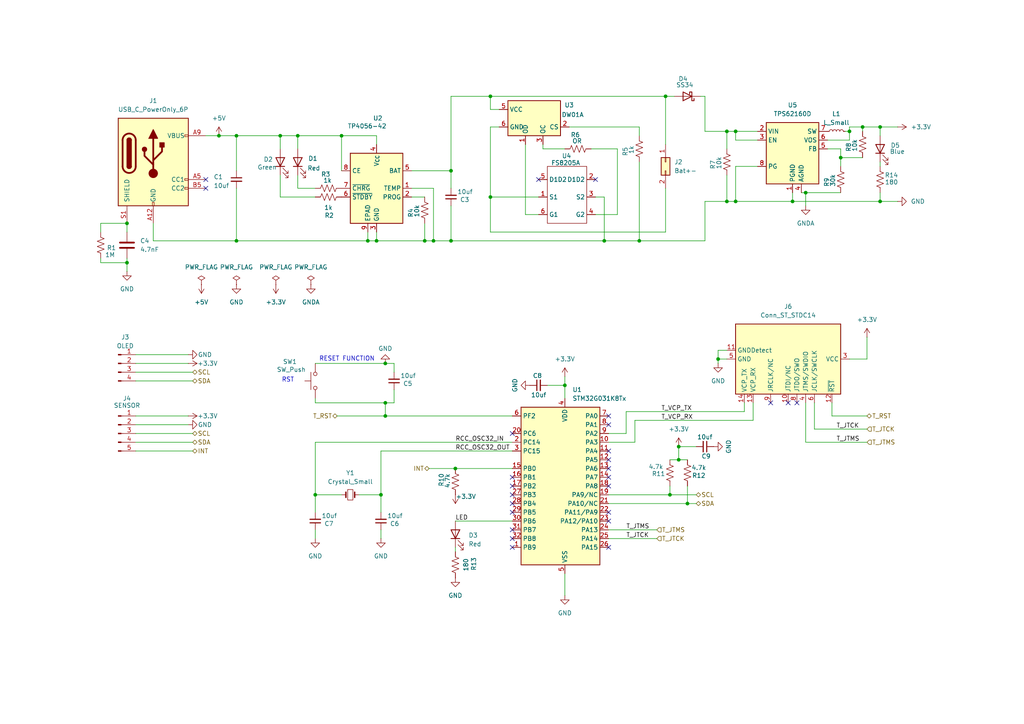
<source format=kicad_sch>
(kicad_sch (version 20250114) (generator "eeschema") (generator_version "9.0")
  (paper "A4")
  (lib_symbols
    (symbol "Battery_Management:DW01A"
      (property "Reference" "U" (at -6.604 6.35 0))
      (property "Value" "DW01A" (at 4.318 6.604 0))
      (symbol "DW01A_0_1"
        (pin power_in line (at -10.16 2.54 0) (length 2.54) (name "VCC") (number "5"))
        (pin power_in line (at -10.16 -2.54 0) (length 2.54) (name "GND") (number "6"))
        (pin output line (at -2.54 -7.62 90) (length 2.54) (name "OD") (number "1"))
        (pin output line (at 2.54 -7.62 90) (length 2.54) (name "OC") (number "3"))
        (pin input line (at 10.16 -2.54 180) (length 2.54) (name "CS") (number "2"))
      )
      (symbol "DW01A_1_1"
        (rectangle (start -7.62 5.08) (end 7.62 -5.08) (stroke (width 0.254)) (fill (type background)))
        (pin no_connect line (at 10.16 2.54 180) (length 2.54) (hide yes) (name "TD") (number "4"))
      )
    )
    (symbol "Battery_Management:TP4056-42-ESOP8"
      (property "Reference" "U" (at -6.604 11.684 0))
      (property "Value" "TP4056-42-ESOP8" (at 10.16 11.684 0))
      (symbol "TP4056-42-ESOP8_1_0"
        (pin input line (at -10.16 5.08 0) (length 2.54) (name "CE") (number "8"))
        (pin open_collector line (at -10.16 0 0) (length 2.54) (name "~{CHRG}") (number "7"))
        (pin open_collector line (at -10.16 -2.54 0) (length 2.54) (name "~{STDBY}") (number "6"))
        (pin passive line (at -2.54 -12.7 90) (length 2.54) (name "EPAD") (number "9"))
        (pin power_in line (at 0 12.7 270) (length 2.54) (name "V_{CC}") (number "4"))
        (pin power_in line (at 0 -12.7 90) (length 2.54) (name "GND") (number "3"))
        (pin power_out line (at 10.16 5.08 180) (length 2.54) (name "BAT") (number "5"))
        (pin input line (at 10.16 0 180) (length 2.54) (name "TEMP") (number "1"))
        (pin passive line (at 10.16 -2.54 180) (length 2.54) (name "PROG") (number "2"))
      )
      (symbol "TP4056-42-ESOP8_1_1"
        (rectangle (start -7.62 10.16) (end 7.62 -10.16) (stroke (width 0.254)) (fill (type background)))
      )
    )
    (symbol "Connector:Conn_01x04_Pin" (pin_names (offset 1.016) (hide yes))
      (property "Reference" "J" (at 0 5.08 0))
      (property "Value" "Conn_01x04_Pin" (at 0 -7.62 0))
      (symbol "Conn_01x04_Pin_1_1"
        (rectangle (start 0.8636 2.667) (end 0 2.413) (stroke (width 0.1524)) (fill (type outline)))
        (rectangle (start 0.8636 0.127) (end 0 -0.127) (stroke (width 0.1524)) (fill (type outline)))
        (rectangle (start 0.8636 -2.413) (end 0 -2.667) (stroke (width 0.1524)) (fill (type outline)))
        (rectangle (start 0.8636 -4.953) (end 0 -5.207) (stroke (width 0.1524)) (fill (type outline)))
        (polyline (pts (xy 1.27 2.54) (xy 0.8636 2.54)) (stroke (width 0.1524)))
        (polyline (pts (xy 1.27 0) (xy 0.8636 0)) (stroke (width 0.1524)))
        (polyline (pts (xy 1.27 -2.54) (xy 0.8636 -2.54)) (stroke (width 0.1524)))
        (polyline (pts (xy 1.27 -5.08) (xy 0.8636 -5.08)) (stroke (width 0.1524)))
        (pin passive line (at 5.08 2.54 180) (length 3.81) (name "Pin_1") (number "1"))
        (pin passive line (at 5.08 0 180) (length 3.81) (name "Pin_2") (number "2"))
        (pin passive line (at 5.08 -2.54 180) (length 3.81) (name "Pin_3") (number "3"))
        (pin passive line (at 5.08 -5.08 180) (length 3.81) (name "Pin_4") (number "4"))
      )
    )
    (symbol "Connector:Conn_01x05_Pin" (pin_names (offset 1.016) (hide yes))
      (property "Reference" "J" (at 0 7.62 0))
      (property "Value" "Conn_01x05_Pin" (at 0 -7.62 0))
      (symbol "Conn_01x05_Pin_1_1"
        (rectangle (start 0.8636 5.207) (end 0 4.953) (stroke (width 0.1524)) (fill (type outline)))
        (rectangle (start 0.8636 2.667) (end 0 2.413) (stroke (width 0.1524)) (fill (type outline)))
        (rectangle (start 0.8636 0.127) (end 0 -0.127) (stroke (width 0.1524)) (fill (type outline)))
        (rectangle (start 0.8636 -2.413) (end 0 -2.667) (stroke (width 0.1524)) (fill (type outline)))
        (rectangle (start 0.8636 -4.953) (end 0 -5.207) (stroke (width 0.1524)) (fill (type outline)))
        (polyline (pts (xy 1.27 5.08) (xy 0.8636 5.08)) (stroke (width 0.1524)))
        (polyline (pts (xy 1.27 2.54) (xy 0.8636 2.54)) (stroke (width 0.1524)))
        (polyline (pts (xy 1.27 0) (xy 0.8636 0)) (stroke (width 0.1524)))
        (polyline (pts (xy 1.27 -2.54) (xy 0.8636 -2.54)) (stroke (width 0.1524)))
        (polyline (pts (xy 1.27 -5.08) (xy 0.8636 -5.08)) (stroke (width 0.1524)))
        (pin passive line (at 5.08 5.08 180) (length 3.81) (name "Pin_1") (number "1"))
        (pin passive line (at 5.08 2.54 180) (length 3.81) (name "Pin_2") (number "2"))
        (pin passive line (at 5.08 0 180) (length 3.81) (name "Pin_3") (number "3"))
        (pin passive line (at 5.08 -2.54 180) (length 3.81) (name "Pin_4") (number "4"))
        (pin passive line (at 5.08 -5.08 180) (length 3.81) (name "Pin_5") (number "5"))
      )
    )
    (symbol "Connector:USB_C_Receptacle_PowerOnly_6P" (pin_names (offset 1.016))
      (property "Reference" "J" (at 0 16.51 0))
      (property "Value" "USB_C_Receptacle_PowerOnly_6P" (at 0 13.97 0))
      (symbol "USB_C_Receptacle_PowerOnly_6P_0_0"
        (rectangle (start -0.254 -12.7) (end 0.254 -11.684))
        (rectangle (start 10.16 7.874) (end 9.144 7.366))
        (rectangle (start 10.16 -4.826) (end 9.144 -5.334))
        (rectangle (start 10.16 -7.366) (end 9.144 -7.874))
      )
      (symbol "USB_C_Receptacle_PowerOnly_6P_0_1"
        (rectangle (start -10.16 12.7) (end 10.16 -12.7) (stroke (width 0.254)) (fill (type background)))
        (polyline (pts (xy -8.89 -1.27) (xy -8.89 6.35)) (stroke (width 0.508)))
        (rectangle (start -7.62 -1.27) (end -6.35 6.35) (stroke (width 0.254)) (fill (type outline)))
        (arc (start -7.62 6.35) (mid -6.985 6.9823) (end -6.35 6.35) (stroke (width 0.254)))
        (arc (start -7.62 6.35) (mid -6.985 6.9823) (end -6.35 6.35) (stroke (width 0.254)) (fill (type outline)))
        (arc (start -8.89 6.35) (mid -6.985 8.2467) (end -5.08 6.35) (stroke (width 0.508)))
        (arc (start -5.08 -1.27) (mid -6.985 -3.1667) (end -8.89 -1.27) (stroke (width 0.508)))
        (arc (start -6.35 -1.27) (mid -6.985 -1.9023) (end -7.62 -1.27) (stroke (width 0.254)))
        (arc (start -6.35 -1.27) (mid -6.985 -1.9023) (end -7.62 -1.27) (stroke (width 0.254)) (fill (type outline)))
        (polyline (pts (xy -5.08 6.35) (xy -5.08 -1.27)) (stroke (width 0.508)))
        (circle (center -2.54 3.683) (radius 0.635) (stroke (width 0.254)) (fill (type outline)))
        (polyline (pts (xy -1.27 6.858) (xy 0 9.398) (xy 1.27 6.858) (xy -1.27 6.858)) (stroke (width 0.254)) (fill (type outline)))
        (polyline (pts (xy 0 0.508) (xy 2.54 3.048) (xy 2.54 4.318)) (stroke (width 0.508)))
        (polyline (pts (xy 0 -0.762) (xy -2.54 1.778) (xy -2.54 3.048)) (stroke (width 0.508)))
        (polyline (pts (xy 0 -3.302) (xy 0 6.858)) (stroke (width 0.508)))
        (circle (center 0 -3.302) (radius 1.27) (fill (type outline)))
        (rectangle (start 1.905 4.318) (end 3.175 5.588) (stroke (width 0.254)) (fill (type outline)))
      )
      (symbol "USB_C_Receptacle_PowerOnly_6P_1_1"
        (pin passive line (at -7.62 -17.78 90) (length 5.08) (name "SHIELD") (number "S1"))
        (pin passive line (at 0 -17.78 90) (length 5.08) (name "GND") (number "A12"))
        (pin passive line (at 0 -17.78 90) (length 5.08) (hide yes) (name "GND") (number "B12"))
        (pin passive line (at 15.24 7.62 180) (length 5.08) (name "VBUS") (number "A9"))
        (pin passive line (at 15.24 7.62 180) (length 5.08) (hide yes) (name "VBUS") (number "B9"))
        (pin bidirectional line (at 15.24 -5.08 180) (length 5.08) (name "CC1") (number "A5"))
        (pin bidirectional line (at 15.24 -7.62 180) (length 5.08) (name "CC2") (number "B5"))
      )
    )
    (symbol "Connector_Generic:Conn_02x01" (pin_names (offset 1.016) (hide yes))
      (property "Reference" "J" (at 1.27 2.54 0))
      (property "Value" "Conn_02x01" (at 1.27 -2.54 0))
      (symbol "Conn_02x01_1_1"
        (rectangle (start -1.27 1.27) (end 3.81 -1.27) (stroke (width 0.254)) (fill (type background)))
        (rectangle (start -1.27 0.127) (end 0 -0.127) (stroke (width 0.1524)))
        (rectangle (start 3.81 0.127) (end 2.54 -0.127) (stroke (width 0.1524)))
        (pin passive line (at -5.08 0 0) (length 3.81) (name "Pin_1") (number "1"))
        (pin passive line (at 7.62 0 180) (length 3.81) (name "Pin_2") (number "2"))
      )
    )
    (symbol "Device:C" (pin_numbers (hide yes)) (pin_names (offset 0.254))
      (property "Reference" "C" (at 0.635 2.54 0))
      (property "Value" "C" (at 0.635 -2.54 0))
      (symbol "C_0_1"
        (polyline (pts (xy -2.032 0.762) (xy 2.032 0.762)) (stroke (width 0.508)))
        (polyline (pts (xy -2.032 -0.762) (xy 2.032 -0.762)) (stroke (width 0.508)))
      )
      (symbol "C_1_1"
        (pin passive line (at 0 3.81 270) (length 2.794) (name "~") (number "1"))
        (pin passive line (at 0 -3.81 90) (length 2.794) (name "~") (number "2"))
      )
    )
    (symbol "Device:C_Small" (pin_numbers (hide yes)) (pin_names (offset 0.254) (hide yes))
      (property "Reference" "C" (at 0.254 1.778 0))
      (property "Value" "C_Small" (at 0.254 -2.032 0))
      (symbol "C_Small_0_1"
        (polyline (pts (xy -1.524 0.508) (xy 1.524 0.508)) (stroke (width 0.3048)))
        (polyline (pts (xy -1.524 -0.508) (xy 1.524 -0.508)) (stroke (width 0.3302)))
      )
      (symbol "C_Small_1_1"
        (pin passive line (at 0 2.54 270) (length 2.032) (name "~") (number "1"))
        (pin passive line (at 0 -2.54 90) (length 2.032) (name "~") (number "2"))
      )
    )
    (symbol "Device:Crystal_Small" (pin_numbers (hide yes)) (pin_names (offset 1.016) (hide yes))
      (property "Reference" "Y" (at 0 2.54 0))
      (property "Value" "Crystal_Small" (at 0 -2.54 0))
      (symbol "Crystal_Small_0_1"
        (polyline (pts (xy -1.27 -0.762) (xy -1.27 0.762)) (stroke (width 0.381)))
        (rectangle (start -0.762 -1.524) (end 0.762 1.524))
        (polyline (pts (xy 1.27 -0.762) (xy 1.27 0.762)) (stroke (width 0.381)))
      )
      (symbol "Crystal_Small_1_1"
        (pin passive line (at -2.54 0 0) (length 1.27) (name "1") (number "1"))
        (pin passive line (at 2.54 0 180) (length 1.27) (name "2") (number "2"))
      )
    )
    (symbol "Device:LED" (pin_numbers (hide yes)) (pin_names (offset 1.016) (hide yes))
      (property "Reference" "D" (at 0 2.54 0))
      (property "Value" "LED" (at 0 -2.54 0))
      (symbol "LED_0_1"
        (polyline (pts (xy -3.048 -0.762) (xy -4.572 -2.286) (xy -3.81 -2.286) (xy -4.572 -2.286) (xy -4.572 -1.524)))
        (polyline (pts (xy -1.778 -0.762) (xy -3.302 -2.286) (xy -2.54 -2.286) (xy -3.302 -2.286) (xy -3.302 -1.524)))
        (polyline (pts (xy -1.27 0) (xy 1.27 0)))
        (polyline (pts (xy -1.27 -1.27) (xy -1.27 1.27)) (stroke (width 0.254)))
        (polyline (pts (xy 1.27 -1.27) (xy 1.27 1.27) (xy -1.27 0) (xy 1.27 -1.27)) (stroke (width 0.254)))
      )
      (symbol "LED_1_1"
        (pin passive line (at -3.81 0 0) (length 2.54) (name "K") (number "1"))
        (pin passive line (at 3.81 0 180) (length 2.54) (name "A") (number "2"))
      )
    )
    (symbol "Device:L_Small" (pin_numbers (hide yes)) (pin_names (offset 0.254) (hide yes))
      (property "Reference" "L" (at 0.762 1.016 0))
      (property "Value" "L_Small" (at 0.762 -1.016 0))
      (symbol "L_Small_0_1"
        (arc (start 0 2.032) (mid 0.5058 1.524) (end 0 1.016))
        (arc (start 0 1.016) (mid 0.5058 0.508) (end 0 0))
        (arc (start 0 0) (mid 0.5058 -0.508) (end 0 -1.016))
        (arc (start 0 -1.016) (mid 0.5058 -1.524) (end 0 -2.032))
      )
      (symbol "L_Small_1_1"
        (pin passive line (at 0 2.54 270) (length 0.508) (name "~") (number "1"))
        (pin passive line (at 0 -2.54 90) (length 0.508) (name "~") (number "2"))
      )
    )
    (symbol "Device:R_US" (pin_numbers (hide yes)) (pin_names (offset 0))
      (property "Reference" "R" (at 2.54 0 90))
      (property "Value" "R_US" (at -2.54 0 90))
      (symbol "R_US_0_1"
        (polyline (pts (xy 0 2.286) (xy 0 2.54)))
        (polyline (pts (xy 0 2.286) (xy 1.016 1.905) (xy 0 1.524) (xy -1.016 1.143) (xy 0 0.762)))
        (polyline (pts (xy 0 0.762) (xy 1.016 0.381) (xy 0 0) (xy -1.016 -0.381) (xy 0 -0.762)))
        (polyline (pts (xy 0 -0.762) (xy 1.016 -1.143) (xy 0 -1.524) (xy -1.016 -1.905) (xy 0 -2.286)))
        (polyline (pts (xy 0 -2.286) (xy 0 -2.54)))
      )
      (symbol "R_US_1_1"
        (pin passive line (at 0 3.81 270) (length 1.27) (name "~") (number "1"))
        (pin passive line (at 0 -3.81 90) (length 1.27) (name "~") (number "2"))
      )
    )
    (symbol "Diode:SS34" (pin_numbers (hide yes)) (pin_names (offset 1.016) (hide yes))
      (property "Reference" "D" (at 0 2.54 0))
      (property "Value" "SS34" (at 0 -2.54 0))
      (symbol "SS34_0_1"
        (polyline (pts (xy -1.905 0.635) (xy -1.905 1.27) (xy -1.27 1.27) (xy -1.27 -1.27) (xy -0.635 -1.27) (xy -0.635 -0.635)) (stroke (width 0.254)))
        (polyline (pts (xy 1.27 1.27) (xy 1.27 -1.27) (xy -1.27 0) (xy 1.27 1.27)) (stroke (width 0.254)))
        (polyline (pts (xy 1.27 0) (xy -1.27 0)))
      )
      (symbol "SS34_1_1"
        (pin passive line (at -3.81 0 0) (length 2.54) (name "K") (number "1"))
        (pin passive line (at 3.81 0 180) (length 2.54) (name "A") (number "2"))
      )
    )
    (symbol "MasterLocal:Conn_ST_STDC14"
      (property "Reference" "J2" (at -8.89 16.51 0))
      (property "Value" "Conn_ST_STDC14" (at 17.78 16.51 0))
      (property "ManPartN" "3220-14-0100-00" (at 0 0 0))
      (property "Manufacturer" "CNC Tech" (at 0 0 0))
      (symbol "Conn_ST_STDC14_0_1"
        (rectangle (start -10.16 15.24) (end 10.16 -15.24) (stroke (width 0.254)) (fill (type background)))
      )
      (symbol "Conn_ST_STDC14_1_1"
        (pin no_connect line (at -10.16 5.08 0) (length 2.54) (hide yes) (name "NC") (number "1"))
        (pin no_connect line (at -10.16 2.54 0) (length 2.54) (hide yes) (name "NC") (number "2"))
        (pin passive line (at -2.54 -17.78 90) (length 2.54) (name "GNDDetect") (number "11"))
        (pin power_in line (at 0 17.78 270) (length 2.54) (name "VCC") (number "3"))
        (pin power_in line (at 0 -17.78 90) (length 2.54) (name "GND") (number "5"))
        (pin passive line (at 0 -17.78 90) (length 2.54) (hide yes) (name "GND") (number "7"))
        (pin open_collector line (at 12.7 12.7 180) (length 2.54) (name "~{RST}") (number "12"))
        (pin output line (at 12.7 7.62 180) (length 2.54) (name "JCLK/SWCLK") (number "6"))
        (pin bidirectional line (at 12.7 5.08 180) (length 2.54) (name "JTMS/SWDIO") (number "4"))
        (pin input line (at 12.7 2.54 180) (length 2.54) (name "JTDO/SWO") (number "8"))
        (pin output line (at 12.7 0 180) (length 2.54) (name "JTDI/NC") (number "10"))
        (pin input line (at 12.7 -5.08 180) (length 2.54) (name "JRCLK/NC") (number "9"))
        (pin output line (at 12.7 -10.16 180) (length 2.54) (name "VCP_RX") (number "13"))
        (pin input line (at 12.7 -12.7 180) (length 2.54) (name "VCP_TX") (number "14"))
      )
    )
    (symbol "MasterLocal:STM32G031K8Tx"
      (property "Reference" "U" (at -10.16 24.13 0))
      (property "Value" "STM32G031K8Tx" (at 5.08 24.13 0))
      (symbol "STM32G031K8Tx_0_1"
        (rectangle (start -10.16 -22.86) (end 12.7 22.86) (stroke (width 0.254)) (fill (type background)))
      )
      (symbol "STM32G031K8Tx_1_1"
        (pin bidirectional line (at -12.7 20.32 0) (length 2.54) (name "PF2") (number "6"))
        (pin bidirectional line (at -12.7 15.24 0) (length 2.54) (name "PC6") (number "20"))
        (pin bidirectional line (at -12.7 12.7 0) (length 2.54) (name "PC14") (number "2"))
        (pin bidirectional line (at -12.7 10.16 0) (length 2.54) (name "PC15") (number "3"))
        (pin bidirectional line (at -12.7 5.08 0) (length 2.54) (name "PB0") (number "15"))
        (pin bidirectional line (at -12.7 2.54 0) (length 2.54) (name "PB1") (number "16"))
        (pin bidirectional line (at -12.7 0 0) (length 2.54) (name "PB2") (number "17"))
        (pin bidirectional line (at -12.7 -2.54 0) (length 2.54) (name "PB3") (number "27"))
        (pin bidirectional line (at -12.7 -5.08 0) (length 2.54) (name "PB4") (number "28"))
        (pin bidirectional line (at -12.7 -7.62 0) (length 2.54) (name "PB5") (number "29"))
        (pin bidirectional line (at -12.7 -10.16 0) (length 2.54) (name "PB6") (number "30"))
        (pin bidirectional line (at -12.7 -12.7 0) (length 2.54) (name "PB7") (number "31"))
        (pin bidirectional line (at -12.7 -15.24 0) (length 2.54) (name "PB8") (number "32"))
        (pin bidirectional line (at -12.7 -17.78 0) (length 2.54) (name "PB9") (number "1"))
        (pin power_in line (at 2.54 25.4 270) (length 2.54) (name "VDD") (number "4"))
        (pin power_in line (at 2.54 -25.4 90) (length 2.54) (name "VSS") (number "5"))
        (pin bidirectional line (at 15.24 20.32 180) (length 2.54) (name "PA0") (number "7"))
        (pin bidirectional line (at 15.24 17.78 180) (length 2.54) (name "PA1") (number "8"))
        (pin bidirectional line (at 15.24 15.24 180) (length 2.54) (name "PA2") (number "9"))
        (pin bidirectional line (at 15.24 12.7 180) (length 2.54) (name "PA3") (number "10"))
        (pin bidirectional line (at 15.24 10.16 180) (length 2.54) (name "PA4") (number "11"))
        (pin bidirectional line (at 15.24 7.62 180) (length 2.54) (name "PA5") (number "12"))
        (pin bidirectional line (at 15.24 5.08 180) (length 2.54) (name "PA6") (number "13"))
        (pin bidirectional line (at 15.24 2.54 180) (length 2.54) (name "PA7") (number "14"))
        (pin bidirectional line (at 15.24 0 180) (length 2.54) (name "PA8") (number "18"))
        (pin bidirectional line (at 15.24 -2.54 180) (length 2.54) (name "PA9/NC") (number "19"))
        (pin bidirectional line (at 15.24 -5.08 180) (length 2.54) (name "PA10/NC") (number "21"))
        (pin bidirectional line (at 15.24 -7.62 180) (length 2.54) (name "PA11/PA9") (number "22"))
        (pin bidirectional line (at 15.24 -10.16 180) (length 2.54) (name "PA12/PA10") (number "23"))
        (pin bidirectional line (at 15.24 -12.7 180) (length 2.54) (name "PA13") (number "24"))
        (pin bidirectional line (at 15.24 -15.24 180) (length 2.54) (name "PA14") (number "25"))
        (pin bidirectional line (at 15.24 -17.78 180) (length 2.54) (name "PA15") (number "26"))
      )
    )
    (symbol "Regulator_Switching:TPS62160DGK"
      (property "Reference" "U" (at -7.62 11.43 0))
      (property "Value" "TPS62160DGK" (at -1.27 11.43 0))
      (symbol "TPS62160DGK_0_1"
        (rectangle (start -7.62 10.16) (end 7.62 -7.62) (stroke (width 0.254)) (fill (type background)))
      )
      (symbol "TPS62160DGK_1_1"
        (pin power_in line (at -10.16 7.62 0) (length 2.54) (name "VIN") (number "2"))
        (pin input line (at -10.16 5.08 0) (length 2.54) (name "EN") (number "3"))
        (pin open_collector line (at -10.16 -2.54 0) (length 2.54) (name "PG") (number "8"))
        (pin power_in line (at 0 -10.16 90) (length 2.54) (name "PGND") (number "1"))
        (pin power_in line (at 2.54 -10.16 90) (length 2.54) (name "AGND") (number "4"))
        (pin output line (at 10.16 7.62 180) (length 2.54) (name "SW") (number "7"))
        (pin input line (at 10.16 5.08 180) (length 2.54) (name "VOS") (number "6"))
        (pin input line (at 10.16 2.54 180) (length 2.54) (name "FB") (number "5"))
      )
    )
    (symbol "Switch:SW_Push" (pin_numbers (hide yes)) (pin_names (offset 1.016) (hide yes))
      (property "Reference" "SW" (at 1.27 2.54 0))
      (property "Value" "SW_Push" (at 0 -1.524 0))
      (symbol "SW_Push_0_1"
        (circle (center -2.032 0) (radius 0.508))
        (polyline (pts (xy 0 1.27) (xy 0 3.048)))
        (circle (center 2.032 0) (radius 0.508))
        (polyline (pts (xy 2.54 1.27) (xy -2.54 1.27)))
        (pin passive line (at -5.08 0 0) (length 2.54) (name "1") (number "1"))
        (pin passive line (at 5.08 0 180) (length 2.54) (name "2") (number "2"))
      )
    )
    (symbol "fs8205:FS8205A"
      (property "Reference" "U" (at 1.27 5.08 0))
      (property "Value" "FS8205A" (at -1.27 8.89 90))
      (symbol "FS8205A_0_1"
        (rectangle (start 0 11.43) (end 16.51 0))
      )
      (symbol "FS8205A_1_1"
        (pin input line (at 2.54 13.97 270) (length 2.54) (name "G1") (number "6"))
        (pin input line (at 2.54 -2.54 90) (length 2.54) (name "G2") (number "4"))
        (pin input line (at 7.62 13.97 270) (length 2.54) (name "S1") (number "1"))
        (pin input line (at 7.62 -2.54 90) (length 2.54) (name "S2") (number "3"))
        (pin input line (at 12.7 13.97 270) (length 2.54) (name "D1D2") (number "5"))
        (pin input line (at 12.7 -2.54 90) (length 2.54) (name "D1D2") (number "2"))
      )
    )
    (symbol "power:+3.3V" (power) (pin_numbers (hide yes)) (pin_names (offset 0) (hide yes))
      (property "Value" "+3.3V" (at 0 3.556 0))
      (symbol "+3.3V_0_1"
        (polyline (pts (xy -0.762 1.27) (xy 0 2.54)))
        (polyline (pts (xy 0 2.54) (xy 0.762 1.27)))
        (polyline (pts (xy 0 0) (xy 0 2.54)))
      )
      (symbol "+3.3V_1_1"
        (pin power_in line (at 0 0 90) (length 0) (name "~") (number "1"))
      )
    )
    (symbol "power:+5V" (power) (pin_numbers (hide yes)) (pin_names (offset 0) (hide yes))
      (property "Value" "+5V" (at 0 3.556 0))
      (symbol "+5V_0_1"
        (polyline (pts (xy -0.762 1.27) (xy 0 2.54)))
        (polyline (pts (xy 0 2.54) (xy 0.762 1.27)))
        (polyline (pts (xy 0 0) (xy 0 2.54)))
      )
      (symbol "+5V_1_1"
        (pin power_in line (at 0 0 90) (length 0) (name "~") (number "1"))
      )
    )
    (symbol "power:GND" (power) (pin_numbers (hide yes)) (pin_names (offset 0) (hide yes))
      (property "Value" "GND" (at 0 -3.81 0))
      (symbol "GND_0_1"
        (polyline (pts (xy 0 0) (xy 0 -1.27) (xy 1.27 -1.27) (xy 0 -2.54) (xy -1.27 -1.27) (xy 0 -1.27)))
      )
      (symbol "GND_1_1"
        (pin power_in line (at 0 0 270) (length 0) (name "~") (number "1"))
      )
    )
    (symbol "power:GNDA" (power) (pin_numbers (hide yes)) (pin_names (offset 0) (hide yes))
      (property "Value" "GNDA" (at 0 -3.81 0))
      (symbol "GNDA_0_1"
        (polyline (pts (xy 0 0) (xy 0 -1.27) (xy 1.27 -1.27) (xy 0 -2.54) (xy -1.27 -1.27) (xy 0 -1.27)))
      )
      (symbol "GNDA_1_1"
        (pin power_in line (at 0 0 270) (length 0) (name "~") (number "1"))
      )
    )
    (symbol "power:PWR_FLAG" (power) (pin_numbers (hide yes)) (pin_names (offset 0) (hide yes))
      (property "Value" "PWR_FLAG" (at 0 3.81 0))
      (symbol "PWR_FLAG_0_0"
        (pin power_out line (at 0 0 90) (length 0) (name "~") (number "1"))
      )
      (symbol "PWR_FLAG_0_1"
        (polyline (pts (xy 0 0) (xy 0 1.27) (xy -1.016 1.905) (xy 0 2.54) (xy 1.016 1.905) (xy 0 1.27)))
      )
    )
  )
  (text "RESET FUNCTION" (at 108.712 104.902 0) (effects (font (size 1.27 1.27)) (justify right bottom)))
  (text "RST" (at 85.344 110.998 0) (effects (font (size 1.27 1.27)) (justify right bottom)))
  (junction (at 163.83 111.76))
  (junction (at 110.49 143.51))
  (junction (at 68.58 39.37))
  (junction (at 63.5 39.37))
  (junction (at 109.22 69.85))
  (junction (at 196.85 129.54))
  (junction (at 86.36 39.37))
  (junction (at 36.83 76.2))
  (junction (at 194.31 143.51))
  (junction (at 111.76 105.41))
  (junction (at 250.19 36.83))
  (junction (at 99.06 39.37))
  (junction (at 243.84 45.72))
  (junction (at 210.82 58.42))
  (junction (at 213.36 58.42))
  (junction (at 68.58 69.85))
  (junction (at 36.83 64.77))
  (junction (at 255.27 58.42))
  (junction (at 142.24 57.15))
  (junction (at 130.81 69.85))
  (junction (at 142.24 27.94))
  (junction (at 91.44 143.51))
  (junction (at 185.42 69.85))
  (junction (at 208.28 104.14))
  (junction (at 196.85 133.35))
  (junction (at 210.82 38.1))
  (junction (at 229.87 58.42))
  (junction (at 130.81 49.53))
  (junction (at 111.76 116.84))
  (junction (at 111.76 120.65))
  (junction (at 233.68 55.88))
  (junction (at 255.27 36.83))
  (junction (at 132.08 135.89))
  (junction (at 125.73 69.85))
  (junction (at 199.39 146.05))
  (junction (at 81.28 39.37))
  (junction (at 213.36 38.1))
  (junction (at 175.26 69.85))
  (junction (at 123.19 69.85))
  (junction (at 246.38 38.1))
  (junction (at 106.68 69.85))
  (junction (at 193.04 27.94))
  (no_connect (at 176.53 140.97))
  (no_connect (at 231.14 116.84))
  (no_connect (at 148.59 138.43))
  (no_connect (at 148.59 143.51))
  (no_connect (at 59.69 54.61))
  (no_connect (at 176.53 148.59))
  (no_connect (at 148.59 140.97))
  (no_connect (at 176.53 130.81))
  (no_connect (at 148.59 156.21))
  (no_connect (at 148.59 148.59))
  (no_connect (at 172.72 52.07))
  (no_connect (at 156.21 52.07))
  (no_connect (at 59.69 52.07))
  (no_connect (at 176.53 138.43))
  (no_connect (at 176.53 120.65))
  (no_connect (at 223.52 116.84))
  (no_connect (at 176.53 151.13))
  (no_connect (at 148.59 146.05))
  (no_connect (at 228.6 116.84))
  (no_connect (at 176.53 158.75))
  (no_connect (at 148.59 158.75))
  (no_connect (at 148.59 125.73))
  (no_connect (at 176.53 123.19))
  (no_connect (at 148.59 153.67))
  (no_connect (at 176.53 133.35))
  (no_connect (at 176.53 135.89))
  (wire (pts (xy 39.37 105.41) (xy 54.61 105.41)))
  (wire (pts (xy 152.4 41.91) (xy 152.4 62.23)))
  (wire (pts (xy 86.36 54.61) (xy 91.44 54.61)))
  (wire (pts (xy 130.81 27.94) (xy 142.24 27.94)))
  (wire (pts (xy 210.82 38.1) (xy 213.36 38.1)))
  (wire (pts (xy 86.36 50.8) (xy 86.36 54.61)))
  (wire (pts (xy 68.58 39.37) (xy 68.58 49.53)))
  (wire (pts (xy 196.85 133.35) (xy 199.39 133.35)))
  (wire (pts (xy 144.78 36.83) (xy 142.24 36.83)))
  (wire (pts (xy 36.83 67.31) (xy 36.83 64.77)))
  (wire (pts (xy 132.08 135.89) (xy 148.59 135.89)))
  (wire (pts (xy 246.38 36.83) (xy 246.38 38.1)))
  (wire (pts (xy 255.27 36.83) (xy 260.35 36.83)))
  (wire (pts (xy 59.69 39.37) (xy 63.5 39.37)))
  (wire (pts (xy 255.27 36.83) (xy 255.27 39.37)))
  (wire (pts (xy 255.27 46.99) (xy 255.27 48.26)))
  (wire (pts (xy 111.76 116.84) (xy 111.76 120.65)))
  (wire (pts (xy 210.82 43.18) (xy 210.82 38.1)))
  (wire (pts (xy 199.39 146.05) (xy 201.93 146.05)))
  (wire (pts (xy 91.44 153.67) (xy 91.44 156.21)))
  (wire (pts (xy 104.14 143.51) (xy 110.49 143.51)))
  (wire (pts (xy 241.3 120.65) (xy 241.3 116.84)))
  (wire (pts (xy 213.36 40.64) (xy 213.36 38.1)))
  (wire (pts (xy 210.82 50.8) (xy 210.82 58.42)))
  (wire (pts (xy 181.61 125.73) (xy 181.61 119.38)))
  (wire (pts (xy 204.47 58.42) (xy 210.82 58.42)))
  (wire (pts (xy 218.44 121.92) (xy 218.44 116.84)))
  (wire (pts (xy 110.49 153.67) (xy 110.49 156.21)))
  (wire (pts (xy 233.68 116.84) (xy 233.68 128.27)))
  (wire (pts (xy 181.61 119.38) (xy 215.9 119.38)))
  (wire (pts (xy 36.83 76.2) (xy 36.83 78.74)))
  (wire (pts (xy 176.53 156.21) (xy 190.5 156.21)))
  (wire (pts (xy 91.44 115.57) (xy 91.44 116.84)))
  (wire (pts (xy 204.47 38.1) (xy 204.47 27.94)))
  (wire (pts (xy 39.37 102.87) (xy 54.61 102.87)))
  (wire (pts (xy 213.36 58.42) (xy 229.87 58.42)))
  (wire (pts (xy 81.28 50.8) (xy 81.28 57.15)))
  (wire (pts (xy 54.61 120.65) (xy 39.37 120.65)))
  (wire (pts (xy 109.22 39.37) (xy 99.06 39.37)))
  (wire (pts (xy 250.19 36.83) (xy 255.27 36.83)))
  (wire (pts (xy 157.48 43.18) (xy 163.83 43.18)))
  (wire (pts (xy 243.84 43.18) (xy 243.84 45.72)))
  (wire (pts (xy 229.87 55.88) (xy 229.87 58.42)))
  (wire (pts (xy 233.68 55.88) (xy 243.84 55.88)))
  (wire (pts (xy 111.76 105.41) (xy 114.3 105.41)))
  (wire (pts (xy 63.5 39.37) (xy 68.58 39.37)))
  (wire (pts (xy 236.22 116.84) (xy 236.22 124.46)))
  (wire (pts (xy 210.82 58.42) (xy 213.36 58.42)))
  (wire (pts (xy 29.21 76.2) (xy 29.21 74.93)))
  (wire (pts (xy 68.58 54.61) (xy 68.58 69.85)))
  (wire (pts (xy 132.08 158.75) (xy 132.08 160.02)))
  (wire (pts (xy 111.76 120.65) (xy 148.59 120.65)))
  (wire (pts (xy 39.37 107.95) (xy 55.88 107.95)))
  (wire (pts (xy 39.37 110.49) (xy 55.88 110.49)))
  (wire (pts (xy 91.44 116.84) (xy 111.76 116.84)))
  (wire (pts (xy 203.2 27.94) (xy 204.47 27.94)))
  (wire (pts (xy 163.83 166.37) (xy 163.83 172.72)))
  (wire (pts (xy 106.68 67.31) (xy 106.68 69.85)))
  (wire (pts (xy 243.84 45.72) (xy 250.19 45.72)))
  (wire (pts (xy 179.07 43.18) (xy 179.07 62.23)))
  (wire (pts (xy 86.36 39.37) (xy 86.36 43.18)))
  (wire (pts (xy 91.44 143.51) (xy 91.44 148.59)))
  (wire (pts (xy 194.31 140.97) (xy 194.31 143.51)))
  (wire (pts (xy 251.46 97.79) (xy 251.46 104.14)))
  (wire (pts (xy 81.28 39.37) (xy 86.36 39.37)))
  (wire (pts (xy 165.1 36.83) (xy 185.42 36.83)))
  (wire (pts (xy 199.39 140.97) (xy 199.39 146.05)))
  (wire (pts (xy 232.41 55.88) (xy 233.68 55.88)))
  (wire (pts (xy 81.28 39.37) (xy 81.28 43.18)))
  (wire (pts (xy 119.38 49.53) (xy 130.81 49.53)))
  (wire (pts (xy 246.38 38.1) (xy 246.38 40.64)))
  (wire (pts (xy 142.24 57.15) (xy 156.21 57.15)))
  (wire (pts (xy 36.83 64.77) (xy 29.21 64.77)))
  (wire (pts (xy 125.73 54.61) (xy 125.73 69.85)))
  (wire (pts (xy 142.24 57.15) (xy 142.24 67.31)))
  (wire (pts (xy 185.42 36.83) (xy 185.42 39.37)))
  (wire (pts (xy 39.37 128.27) (xy 55.88 128.27)))
  (wire (pts (xy 130.81 49.53) (xy 130.81 27.94)))
  (wire (pts (xy 97.79 120.65) (xy 111.76 120.65)))
  (wire (pts (xy 111.76 116.84) (xy 114.3 116.84)))
  (wire (pts (xy 91.44 105.41) (xy 111.76 105.41)))
  (wire (pts (xy 215.9 116.84) (xy 215.9 119.38)))
  (wire (pts (xy 255.27 55.88) (xy 255.27 58.42)))
  (wire (pts (xy 233.68 59.69) (xy 233.68 55.88)))
  (wire (pts (xy 219.71 40.64) (xy 213.36 40.64)))
  (wire (pts (xy 218.44 121.92) (xy 184.15 121.92)))
  (wire (pts (xy 125.73 69.85) (xy 130.81 69.85)))
  (wire (pts (xy 204.47 69.85) (xy 204.47 58.42)))
  (wire (pts (xy 176.53 153.67) (xy 190.5 153.67)))
  (wire (pts (xy 142.24 36.83) (xy 142.24 57.15)))
  (wire (pts (xy 219.71 48.26) (xy 213.36 48.26)))
  (wire (pts (xy 39.37 130.81) (xy 55.88 130.81)))
  (wire (pts (xy 208.28 104.14) (xy 208.28 105.41)))
  (wire (pts (xy 245.11 38.1) (xy 246.38 38.1)))
  (wire (pts (xy 152.4 62.23) (xy 156.21 62.23)))
  (wire (pts (xy 185.42 69.85) (xy 204.47 69.85)))
  (wire (pts (xy 157.48 41.91) (xy 157.48 43.18)))
  (wire (pts (xy 39.37 123.19) (xy 54.61 123.19)))
  (wire (pts (xy 175.26 69.85) (xy 185.42 69.85)))
  (wire (pts (xy 36.83 74.93) (xy 36.83 76.2)))
  (wire (pts (xy 119.38 57.15) (xy 123.19 57.15)))
  (wire (pts (xy 124.46 135.89) (xy 132.08 135.89)))
  (wire (pts (xy 176.53 143.51) (xy 194.31 143.51)))
  (wire (pts (xy 194.31 133.35) (xy 196.85 133.35)))
  (wire (pts (xy 91.44 143.51) (xy 99.06 143.51)))
  (wire (pts (xy 142.24 27.94) (xy 193.04 27.94)))
  (wire (pts (xy 39.37 125.73) (xy 55.88 125.73)))
  (wire (pts (xy 229.87 58.42) (xy 255.27 58.42)))
  (wire (pts (xy 251.46 120.65) (xy 241.3 120.65)))
  (wire (pts (xy 68.58 69.85) (xy 106.68 69.85)))
  (wire (pts (xy 176.53 146.05) (xy 199.39 146.05)))
  (wire (pts (xy 114.3 105.41) (xy 114.3 107.95)))
  (wire (pts (xy 246.38 36.83) (xy 250.19 36.83)))
  (wire (pts (xy 130.81 59.69) (xy 130.81 69.85)))
  (wire (pts (xy 204.47 38.1) (xy 210.82 38.1)))
  (wire (pts (xy 142.24 67.31) (xy 193.04 67.31)))
  (wire (pts (xy 110.49 130.81) (xy 148.59 130.81)))
  (wire (pts (xy 29.21 64.77) (xy 29.21 67.31)))
  (wire (pts (xy 123.19 64.77) (xy 123.19 69.85)))
  (wire (pts (xy 130.81 69.85) (xy 175.26 69.85)))
  (wire (pts (xy 91.44 128.27) (xy 91.44 143.51)))
  (wire (pts (xy 142.24 31.75) (xy 144.78 31.75)))
  (wire (pts (xy 171.45 43.18) (xy 179.07 43.18)))
  (wire (pts (xy 119.38 54.61) (xy 125.73 54.61)))
  (wire (pts (xy 68.58 39.37) (xy 81.28 39.37)))
  (wire (pts (xy 208.28 101.6) (xy 208.28 104.14)))
  (wire (pts (xy 99.06 49.53) (xy 99.06 39.37)))
  (wire (pts (xy 240.03 40.64) (xy 246.38 40.64)))
  (wire (pts (xy 158.75 111.76) (xy 163.83 111.76)))
  (wire (pts (xy 196.85 129.54) (xy 196.85 133.35)))
  (wire (pts (xy 44.45 64.77) (xy 44.45 69.85)))
  (wire (pts (xy 179.07 62.23) (xy 172.72 62.23)))
  (wire (pts (xy 193.04 54.61) (xy 193.04 67.31)))
  (wire (pts (xy 185.42 46.99) (xy 185.42 69.85)))
  (wire (pts (xy 172.72 57.15) (xy 175.26 57.15)))
  (wire (pts (xy 250.19 36.83) (xy 250.19 38.1)))
  (wire (pts (xy 163.83 109.22) (xy 163.83 111.76)))
  (wire (pts (xy 130.81 49.53) (xy 130.81 54.61)))
  (wire (pts (xy 193.04 27.94) (xy 193.04 41.91)))
  (wire (pts (xy 44.45 69.85) (xy 68.58 69.85)))
  (wire (pts (xy 213.36 48.26) (xy 213.36 58.42)))
  (wire (pts (xy 109.22 69.85) (xy 123.19 69.85)))
  (wire (pts (xy 194.31 143.51) (xy 201.93 143.51)))
  (wire (pts (xy 109.22 39.37) (xy 109.22 41.91)))
  (wire (pts (xy 193.04 27.94) (xy 195.58 27.94)))
  (wire (pts (xy 255.27 58.42) (xy 260.35 58.42)))
  (wire (pts (xy 184.15 121.92) (xy 184.15 128.27)))
  (wire (pts (xy 210.82 104.14) (xy 208.28 104.14)))
  (wire (pts (xy 176.53 128.27) (xy 184.15 128.27)))
  (wire (pts (xy 142.24 31.75) (xy 142.24 27.94)))
  (wire (pts (xy 175.26 57.15) (xy 175.26 69.85)))
  (wire (pts (xy 240.03 43.18) (xy 243.84 43.18)))
  (wire (pts (xy 243.84 45.72) (xy 243.84 48.26)))
  (wire (pts (xy 201.93 129.54) (xy 196.85 129.54)))
  (wire (pts (xy 246.38 104.14) (xy 251.46 104.14)))
  (wire (pts (xy 163.83 111.76) (xy 163.83 115.57)))
  (wire (pts (xy 233.68 128.27) (xy 251.46 128.27)))
  (wire (pts (xy 132.08 151.13) (xy 148.59 151.13)))
  (wire (pts (xy 36.83 76.2) (xy 29.21 76.2)))
  (wire (pts (xy 176.53 125.73) (xy 181.61 125.73)))
  (wire (pts (xy 210.82 101.6) (xy 208.28 101.6)))
  (wire (pts (xy 109.22 67.31) (xy 109.22 69.85)))
  (wire (pts (xy 110.49 143.51) (xy 110.49 130.81)))
  (wire (pts (xy 114.3 113.03) (xy 114.3 116.84)))
  (wire (pts (xy 86.36 39.37) (xy 99.06 39.37)))
  (wire (pts (xy 106.68 69.85) (xy 109.22 69.85)))
  (wire (pts (xy 81.28 57.15) (xy 91.44 57.15)))
  (wire (pts (xy 123.19 69.85) (xy 125.73 69.85)))
  (wire (pts (xy 213.36 38.1) (xy 219.71 38.1)))
  (wire (pts (xy 91.44 128.27) (xy 148.59 128.27)))
  (wire (pts (xy 110.49 143.51) (xy 110.49 148.59)))
  (wire (pts (xy 236.22 124.46) (xy 251.46 124.46)))
  (label "T_VCP_RX" (at 191.77 121.92 0))
  (label "RCC_OSC32_OUT" (at 132.08 130.81 0))
  (label "T_JTMS" (at 181.61 153.67 0))
  (label "RCC_OSC32_IN" (at 132.08 128.27 0))
  (label "T_JTMS" (at 242.57 128.27 0))
  (label "T_JTCK" (at 242.57 124.46 0))
  (label "T_VCP_TX" (at 191.77 119.38 0))
  (label "LED" (at 132.08 151.13 0))
  (label "T_JTCK" (at 181.61 156.21 0))
  (hierarchical_label "T_RST" (shape bidirectional) (at 97.79 120.65 180))
  (hierarchical_label "T_JTMS" (shape input) (at 190.5 153.67 0))
  (hierarchical_label "SCL" (shape bidirectional) (at 55.88 107.95 0))
  (hierarchical_label "SCL" (shape bidirectional) (at 201.93 143.51 0))
  (hierarchical_label "T_JTMS" (shape input) (at 251.46 128.27 0))
  (hierarchical_label "INT" (shape bidirectional) (at 55.88 130.81 0))
  (hierarchical_label "T_RST" (shape bidirectional) (at 251.46 120.65 0))
  (hierarchical_label "SDA" (shape bidirectional) (at 201.93 146.05 0))
  (hierarchical_label "SDA" (shape bidirectional) (at 55.88 110.49 0))
  (hierarchical_label "T_JTCK" (shape input) (at 190.5 156.21 0))
  (hierarchical_label "SCL" (shape bidirectional) (at 55.88 125.73 0))
  (hierarchical_label "T_JTCK" (shape input) (at 251.46 124.46 0))
  (hierarchical_label "SDA" (shape bidirectional) (at 55.88 128.27 0))
  (hierarchical_label "INT" (shape bidirectional) (at 124.46 135.89 180))
  (symbol (lib_id "power:+3.3V") (at 251.46 97.79 0) (unit 1)
    (property "Reference" "#PWR07" (effects (hide yes)))
    (property "Value" "+3.3V" (at 251.46 92.71 0))
    (property "Description" "Power symbol creates a global label with name \"+3.3V\"" (effects (hide yes)))
  )
  (symbol (lib_id "power:+3.3V") (at 196.85 129.54 0) (unit 1)
    (property "Reference" "#PWR013" (effects (hide yes)))
    (property "Value" "+3.3V" (at 196.85 124.46 0))
    (property "Description" "Power symbol creates a global label with name \"+3.3V\"" (effects (hide yes)))
  )
  (symbol (lib_id "power:PWR_FLAG") (at 68.58 82.55 0) (unit 1)
    (property "Reference" "#FLG02" (effects (hide yes)))
    (property "Value" "PWR_FLAG" (at 68.58 77.47 0))
    (property "Description" "Special symbol for telling ERC where power comes from" (effects (hide yes)))
  )
  (symbol (lib_id "Device:R_US") (at 243.84 52.07 180) (unit 1)
    (property "Reference" "R9" (at 239.776 52.832 90))
    (property "Value" "30k" (at 241.554 52.324 90))
    (property "Footprint" "MasterLocal:R_0603_1608Metric" (effects (hide yes)))
    (property "Description" "Resistor, US symbol" (effects (hide yes)))
  )
  (symbol (lib_id "Device:C") (at 36.83 71.12 0) (unit 1)
    (property "Reference" "C4" (at 40.64 69.8499 0) (effects (justify left)))
    (property "Value" "4.7nF" (at 40.64 72.3899 0) (effects (justify left)))
    (property "Footprint" "MasterLocal:C_0603_1608Metric" (effects (hide yes)))
    (property "Description" "Unpolarized capacitor" (effects (hide yes)))
  )
  (symbol (lib_id "power:+3.3V") (at 132.08 143.51 180) (unit 1)
    (property "Reference" "#PWR012" (effects (hide yes)))
    (property "Value" "+3.3V" (at 135.128 144.018 0))
    (property "Description" "Power symbol creates a global label with name \"+3.3V\"" (effects (hide yes)))
  )
  (symbol (lib_id "Device:LED") (at 132.08 154.94 90) (unit 1)
    (property "Reference" "D3" (at 135.89 155.2574 90) (effects (justify right)))
    (property "Value" "Red" (at 135.89 157.7974 90) (effects (justify right)))
    (property "Footprint" "MasterLocal:LED_0603_1608Metric" (effects (hide yes)))
    (property "Description" "Light emitting diode" (effects (hide yes)))
    (property "Sim.Pins" "1=K 2=A" (effects (hide yes)))
  )
  (symbol (lib_id "power:PWR_FLAG") (at 80.01 82.55 0) (unit 1)
    (property "Reference" "#FLG03" (effects (hide yes)))
    (property "Value" "PWR_FLAG" (at 80.01 77.47 0))
    (property "Description" "Special symbol for telling ERC where power comes from" (effects (hide yes)))
  )
  (symbol (lib_id "Connector:Conn_01x05_Pin") (at 34.29 125.73 0) (unit 1)
    (property "Reference" "J4" (at 36.83 115.57 0))
    (property "Value" "SENSOR" (at 36.83 117.602 0))
    (property "Footprint" "Connector_PinHeader_2.00mm:PinHeader_1x05_P2.00mm_Vertical" (effects (hide yes)))
    (property "Description" "Generic connector, single row, 01x05, script generated" (effects (hide yes)))
  )
  (symbol (lib_id "Device:C_Small") (at 68.58 52.07 0) (unit 1)
    (property "Reference" "C1" (at 61.976 51.308 0) (effects (justify left)))
    (property "Value" "10uf" (at 61.976 53.848 0) (effects (justify left)))
    (property "Footprint" "MasterLocal:C_0603_1608Metric" (effects (hide yes)))
    (property "Description" "Unpolarized capacitor, small symbol" (effects (hide yes)))
  )
  (symbol (lib_id "MasterLocal:Conn_ST_STDC14") (at 228.6 104.14 270) (unit 1)
    (property "Reference" "J6" (at 228.6 88.9 90))
    (property "Value" "Conn_ST_STDC14" (at 228.6 91.44 90))
    (property "Footprint" "MasterLocal:3220-14-0100-00" (effects (hide yes)))
    (property "Datasheet" "https://www.cnctech.us/pdfs/3220-XX-0100-00_.pdf" (effects (hide yes)))
    (property "Description" "ST Debug Connector, standard ARM Cortex-M SWD and JTAG interface plus UART" (effects (hide yes)))
    (property "ManPartN" "3220-14-0100-00" (effects (hide yes)))
    (property "Manufacturer" "CNC Tech" (effects (hide yes)))
  )
  (symbol (lib_id "power:GND") (at 110.49 156.21 0) (unit 1)
    (property "Reference" "#PWR021" (effects (hide yes)))
    (property "Value" "GND" (at 110.49 161.29 0))
    (property "Description" "Power symbol creates a global label with name \"GND\" , ground" (effects (hide yes)))
  )
  (symbol (lib_id "Device:R_US") (at 199.39 137.16 180) (unit 1)
    (property "Reference" "R12" (at 202.692 137.922 0))
    (property "Value" "4.7k" (at 202.692 135.636 0))
    (property "Footprint" "MasterLocal:R_0603_1608Metric" (effects (hide yes)))
    (property "Description" "Resistor, US symbol" (effects (hide yes)))
  )
  (symbol (lib_id "Device:C_Small") (at 204.47 129.54 270) (unit 1)
    (property "Reference" "C9" (at 203.454 132.334 90) (effects (justify left)))
    (property "Value" "10uf" (at 202.184 126.746 90) (effects (justify left)))
    (property "Footprint" "MasterLocal:C_0603_1608Metric" (effects (hide yes)))
    (property "Description" "Unpolarized capacitor, small symbol" (effects (hide yes)))
  )
  (symbol (lib_id "power:GND") (at 207.01 129.54 90) (unit 1)
    (property "Reference" "#PWR025" (effects (hide yes)))
    (property "Value" "GND" (at 211.328 129.54 0))
    (property "Description" "Power symbol creates a global label with name \"GND\" , ground" (effects (hide yes)))
  )
  (symbol (lib_id "power:GND") (at 260.35 58.42 90) (unit 1)
    (property "Reference" "#PWR02" (effects (hide yes)))
    (property "Value" "GND" (at 264.16 58.4199 90) (effects (justify right)))
    (property "Description" "Power symbol creates a global label with name \"GND\" , ground" (effects (hide yes)))
  )
  (symbol (lib_id "Device:C_Small") (at 130.81 57.15 180) (unit 1)
    (property "Reference" "C3" (at 136.144 57.912 0) (effects (justify left)))
    (property "Value" "10uf" (at 137.16 55.626 0) (effects (justify left)))
    (property "Footprint" "MasterLocal:C_0603_1608Metric" (effects (hide yes)))
    (property "Description" "Unpolarized capacitor, small symbol" (effects (hide yes)))
  )
  (symbol (lib_id "power:+3.3V") (at 54.61 120.65 270) (unit 1)
    (property "Reference" "#PWR014" (effects (hide yes)))
    (property "Value" "+3.3V" (at 60.198 120.65 90))
    (property "Description" "Power symbol creates a global label with name \"+3.3V\"" (effects (hide yes)))
  )
  (symbol (lib_id "Device:C_Small") (at 110.49 151.13 180) (unit 1)
    (property "Reference" "C6" (at 115.824 151.892 0) (effects (justify left)))
    (property "Value" "10uf" (at 116.84 149.606 0) (effects (justify left)))
    (property "Footprint" "MasterLocal:C_0603_1608Metric" (effects (hide yes)))
    (property "Description" "Unpolarized capacitor, small symbol" (effects (hide yes)))
  )
  (symbol (lib_id "power:PWR_FLAG") (at 58.42 82.55 0) (unit 1)
    (property "Reference" "#FLG01" (effects (hide yes)))
    (property "Value" "PWR_FLAG" (at 58.42 77.47 0))
    (property "Description" "Special symbol for telling ERC where power comes from" (effects (hide yes)))
  )
  (symbol (lib_id "Device:R_US") (at 185.42 43.18 180) (unit 1)
    (property "Reference" "R5" (at 181.356 43.942 90))
    (property "Value" "1k" (at 183.134 43.434 90))
    (property "Footprint" "MasterLocal:R_0603_1608Metric" (effects (hide yes)))
    (property "Description" "Resistor, US symbol" (effects (hide yes)))
  )
  (symbol (lib_id "power:GND") (at 132.08 167.64 0) (unit 1)
    (property "Reference" "#PWR011" (effects (hide yes)))
    (property "Value" "GND" (at 132.08 172.72 0))
    (property "Description" "Power symbol creates a global label with name \"GND\" , ground" (effects (hide yes)))
  )
  (symbol (lib_id "Connector:USB_C_Receptacle_PowerOnly_6P") (at 44.45 46.99 0) (unit 1)
    (property "Reference" "J1" (at 44.45 29.21 0))
    (property "Value" "USB_C_PowerOnly_6P" (at 44.45 31.75 0))
    (property "Footprint" "Connector_USB:USB_C_Receptacle_HRO_TYPE-C-31-M-17" (effects (hide yes)))
    (property "Datasheet" "https://www.usb.org/sites/default/files/documents/usb_type-c.zip" (effects (hide yes)))
    (property "Description" "USB Power-Only 6P Type-C Receptacle connector" (effects (hide yes)))
  )
  (symbol (lib_id "power:GNDA") (at 233.68 59.69 0) (unit 1)
    (property "Reference" "#PWR022" (effects (hide yes)))
    (property "Value" "GNDA" (at 233.68 64.77 0))
    (property "Description" "Power symbol creates a global label with name \"GNDA\" , analog ground" (effects (hide yes)))
  )
  (symbol (lib_id "Device:R_US") (at 250.19 41.91 180) (unit 1)
    (property "Reference" "R8" (at 246.126 42.672 90))
    (property "Value" "10k" (at 247.904 42.164 90))
    (property "Footprint" "MasterLocal:R_0603_1608Metric" (effects (hide yes)))
    (property "Description" "Resistor, US symbol" (effects (hide yes)))
  )
  (symbol (lib_id "MasterLocal:STM32G031K8Tx") (at 161.29 140.97 0) (unit 1)
    (property "Reference" "U1" (at 166.0241 113.03 0) (effects (justify left)))
    (property "Value" "STM32G031K8Tx" (at 166.0241 115.57 0) (effects (justify left)))
    (property "Footprint" "MasterLocal:LQFP-32" (effects (hide yes)))
    (property "Datasheet" "https://www.st.com/resource/en/datasheet/stm32g031k8.pdf" (effects (hide yes)))
    (property "Description" "STMicroelectronics Arm Cortex-M0+ MCU, 64KB flash, 8KB RAM, 64 MHz, 1.7-3.6V, 30 GPIO, LQFP32" (effects (hide yes)))
  )
  (symbol (lib_id "fs8205:FS8205A") (at 170.18 64.77 90) (unit 1)
    (property "Reference" "U4" (at 164.338 45.212 90))
    (property "Value" "FS8205A" (at 164.084 47.244 90))
    (property "Footprint" "Package_TO_SOT_SMD:SOT-23-6_Handsoldering" (effects (hide yes)))
    (property "Description" "FS8205A" (effects (hide yes)))
  )
  (symbol (lib_id "Battery_Management:TP4056-42-ESOP8") (at 109.22 54.61 0) (unit 1)
    (property "Reference" "U2" (at 108.204 34.29 0) (effects (justify left)))
    (property "Value" "TP4056-42" (at 100.838 36.576 0) (effects (justify left)))
    (property "Footprint" "Package_SO:SOIC-8-1EP_3.9x4.9mm_P1.27mm_EP2.41x3.3mm_ThermalVias" (effects (hide yes)))
    (property "Datasheet" "https://www.lcsc.com/datasheet/lcsc_datasheet_2410121619_TOPPOWER-Nanjing-Extension-Microelectronics-TP4056-42-ESOP8_C16581.pdf" (effects (hide yes)))
    (property "Description" "1A Standalone Linear Li-ion/LiPo single-cell battery charger, 4.2V ±1% charge voltage, VCC = 4.0..8.0V, SOIC-8 (SOP-8)" (effects (hide yes)))
  )
  (symbol (lib_id "Device:C_Small") (at 156.21 111.76 90) (unit 1)
    (property "Reference" "C8" (at 157.226 108.966 90) (effects (justify left)))
    (property "Value" "10uf" (at 158.496 114.554 90) (effects (justify left)))
    (property "Footprint" "MasterLocal:C_0603_1608Metric" (effects (hide yes)))
    (property "Description" "Unpolarized capacitor, small symbol" (effects (hide yes)))
  )
  (symbol (lib_id "Regulator_Switching:TPS62160DGK") (at 229.87 45.72 0) (unit 1)
    (property "Reference" "U5" (at 229.87 30.48 0))
    (property "Value" "TPS62160D" (at 229.87 33.02 0))
    (property "Footprint" "Package_SO:MSOP-8_3x3mm_P0.65mm" (effects (hide yes)))
    (property "Datasheet" "http://www.ti.com/lit/ds/symlink/tps62160.pdf" (effects (hide yes)))
    (property "Description" "1A Step-Down Converter with DCS-Control, adjustable output, 3-17V input voltage, VSSOP-8" (effects (hide yes)))
  )
  (symbol (lib_id "power:PWR_FLAG") (at 90.17 82.55 0) (unit 1)
    (property "Reference" "#FLG04" (effects (hide yes)))
    (property "Value" "PWR_FLAG" (at 90.17 77.47 0))
    (property "Description" "Special symbol for telling ERC where power comes from" (effects (hide yes)))
  )
  (symbol (lib_id "Device:R_US") (at 29.21 71.12 0) (unit 1)
    (property "Reference" "R1" (at 30.988 71.882 0) (effects (justify left)))
    (property "Value" "1M" (at 30.48 73.914 0) (effects (justify left)))
    (property "Footprint" "MasterLocal:R_0603_1608Metric" (effects (hide yes)))
    (property "Description" "Resistor, US symbol" (effects (hide yes)))
  )
  (symbol (lib_id "power:GND") (at 91.44 156.21 0) (unit 1)
    (property "Reference" "#PWR018" (effects (hide yes)))
    (property "Value" "GND" (at 91.44 161.29 0))
    (property "Description" "Power symbol creates a global label with name \"GND\" , ground" (effects (hide yes)))
  )
  (symbol (lib_id "power:GND") (at 163.83 172.72 0) (unit 1)
    (property "Reference" "#PWR09" (effects (hide yes)))
    (property "Value" "GND" (at 163.83 177.8 0))
    (property "Description" "Power symbol creates a global label with name \"GND\" , ground" (effects (hide yes)))
  )
  (symbol (lib_id "power:GND") (at 54.61 123.19 90) (unit 1)
    (property "Reference" "#PWR015" (effects (hide yes)))
    (property "Value" "GND" (at 59.436 123.19 90))
    (property "Description" "Power symbol creates a global label with name \"GND\" , ground" (effects (hide yes)))
  )
  (symbol (lib_id "Device:R_US") (at 132.08 139.7 0) (unit 1)
    (property "Reference" "R10" (at 128.016 139.192 90))
    (property "Value" "4.7k" (at 129.794 139.446 90))
    (property "Footprint" "MasterLocal:R_0603_1608Metric" (effects (hide yes)))
    (property "Description" "Resistor, US symbol" (effects (hide yes)))
  )
  (symbol (lib_id "power:+3.3V") (at 163.83 109.22 0) (unit 1)
    (property "Reference" "#PWR08" (effects (hide yes)))
    (property "Value" "+3.3V" (at 163.83 104.14 0))
    (property "Description" "Power symbol creates a global label with name \"+3.3V\"" (effects (hide yes)))
  )
  (symbol (lib_id "Device:LED") (at 255.27 43.18 90) (unit 1)
    (property "Reference" "D5" (at 258.318 42.164 90) (effects (justify right)))
    (property "Value" "Blue" (at 258.064 43.942 90) (effects (justify right)))
    (property "Footprint" "MasterLocal:LED_0603_1608Metric" (effects (hide yes)))
    (property "Description" "Light emitting diode" (effects (hide yes)))
    (property "Sim.Pins" "1=K 2=A" (effects (hide yes)))
  )
  (symbol (lib_id "Device:R_US") (at 123.19 60.96 180) (unit 1)
    (property "Reference" "R4" (at 119.126 61.722 90))
    (property "Value" "10k" (at 120.904 61.214 90))
    (property "Footprint" "MasterLocal:R_0603_1608Metric" (effects (hide yes)))
    (property "Description" "Resistor, US symbol" (effects (hide yes)))
  )
  (symbol (lib_id "power:+5V") (at 63.5 39.37 0) (unit 1)
    (property "Reference" "#PWR03" (effects (hide yes)))
    (property "Value" "+5V" (at 63.5 34.29 0))
    (property "Description" "Power symbol creates a global label with name \"+5V\"" (effects (hide yes)))
  )
  (symbol (lib_id "power:GND") (at 54.61 102.87 90) (unit 1)
    (property "Reference" "#PWR017" (effects (hide yes)))
    (property "Value" "GND" (at 59.436 102.87 90))
    (property "Description" "Power symbol creates a global label with name \"GND\" , ground" (effects (hide yes)))
  )
  (symbol (lib_id "Diode:SS34") (at 199.39 27.94 180) (unit 1)
    (property "Reference" "D4" (at 198.12 22.86 0))
    (property "Value" "SS34" (at 198.628 24.638 0))
    (property "Footprint" "MasterLocal:D_0603_1608Metric" (effects (hide yes)))
    (property "Datasheet" "https://www.vishay.com/docs/88751/ss32.pdf" (effects (hide yes)))
    (property "Description" "40V 3A Schottky Diode, SMA" (effects (hide yes)))
  )
  (symbol (lib_id "Device:C_Small") (at 91.44 151.13 180) (unit 1)
    (property "Reference" "C7" (at 96.774 151.892 0) (effects (justify left)))
    (property "Value" "10uf" (at 97.79 149.606 0) (effects (justify left)))
    (property "Footprint" "MasterLocal:C_0603_1608Metric" (effects (hide yes)))
    (property "Description" "Unpolarized capacitor, small symbol" (effects (hide yes)))
  )
  (symbol (lib_id "Device:R_US") (at 194.31 137.16 180) (unit 1)
    (property "Reference" "R11" (at 191.008 137.414 0))
    (property "Value" "4.7k" (at 190.246 135.382 0))
    (property "Footprint" "MasterLocal:R_0603_1608Metric" (effects (hide yes)))
    (property "Description" "Resistor, US symbol" (effects (hide yes)))
  )
  (symbol (lib_id "Device:R_US") (at 132.08 163.83 180) (unit 1)
    (property "Reference" "R13" (at 137.414 163.576 90))
    (property "Value" "180" (at 135.128 163.83 90))
    (property "Footprint" "MasterLocal:R_0603_1608Metric" (effects (hide yes)))
    (property "Description" "Resistor, US symbol" (effects (hide yes)))
  )
  (symbol (lib_id "power:GND") (at 153.67 111.76 270) (unit 1)
    (property "Reference" "#PWR024" (effects (hide yes)))
    (property "Value" "GND" (at 149.352 111.76 0))
    (property "Description" "Power symbol creates a global label with name \"GND\" , ground" (effects (hide yes)))
  )
  (symbol (lib_id "Device:LED") (at 86.36 46.99 90) (unit 1)
    (property "Reference" "D1" (at 89.408 45.974 90) (effects (justify right)))
    (property "Value" "Red" (at 89.154 48.768 90) (effects (justify right)))
    (property "Footprint" "MasterLocal:LED_0603_1608Metric" (effects (hide yes)))
    (property "Description" "Light emitting diode" (effects (hide yes)))
    (property "Sim.Pins" "1=K 2=A" (effects (hide yes)))
  )
  (symbol (lib_id "power:+3.3V") (at 54.61 105.41 270) (unit 1)
    (property "Reference" "#PWR016" (effects (hide yes)))
    (property "Value" "+3.3V" (at 60.198 105.41 90))
    (property "Description" "Power symbol creates a global label with name \"+3.3V\"" (effects (hide yes)))
  )
  (symbol (lib_id "Battery_Management:DW01A") (at 154.94 34.29 0) (unit 1)
    (property "Reference" "U3" (at 165.1 30.48 0))
    (property "Value" "DW01A" (at 166.116 33.274 0))
    (property "Footprint" "Package_TO_SOT_SMD:SOT-23-6" (effects (hide yes)))
    (property "Datasheet" "https://hmsemi.com/downfile/DW01A.PDF" (effects (hide yes)))
    (property "Description" "Overcharge, overcurrent and overdischarge protection IC for single cell lithium-ion/polymer battery" (effects (hide yes)))
  )
  (symbol (lib_id "Connector:Conn_01x04_Pin") (at 34.29 105.41 0) (unit 1)
    (property "Reference" "J3" (at 36.322 97.79 0))
    (property "Value" "OLED" (at 36.322 100.33 0))
    (property "Footprint" "Connector_PinHeader_2.00mm:PinHeader_1x04_P2.00mm_Vertical" (effects (hide yes)))
    (property "Description" "Generic connector, single row, 01x04, script generated" (effects (hide yes)))
  )
  (symbol (lib_id "power:GND") (at 36.83 78.74 0) (unit 1)
    (property "Reference" "#PWR05" (effects (hide yes)))
    (property "Value" "GND" (at 36.83 83.82 0))
    (property "Description" "Power symbol creates a global label with name \"GND\" , ground" (effects (hide yes)))
  )
  (symbol (lib_id "Connector_Generic:Conn_02x01") (at 193.04 46.99 270) (unit 1)
    (property "Reference" "J2" (at 195.58 46.9899 90) (effects (justify left)))
    (property "Value" "Bat+-" (at 195.58 49.5299 90) (effects (justify left)))
    (property "Footprint" "Connector_PinHeader_2.00mm:PinHeader_2x01_P2.00mm_Vertical" (effects (hide yes)))
    (property "Description" "Generic connector, double row, 02x01, this symbol is compatible with counter-clockwise, top-bottom and odd-even numbering schemes., script generated (kicad-library-utils/schlib/autogen/connector/)" (effects (hide yes)))
  )
  (symbol (lib_id "Device:L_Small") (at 242.57 38.1 90) (unit 1)
    (property "Reference" "L1" (at 242.57 33.02 90))
    (property "Value" "L_Small" (at 242.57 35.56 90))
    (property "Footprint" "Inductor_SMD:L_6.3x6.3_H3" (effects (hide yes)))
    (property "Description" "Inductor, small symbol" (effects (hide yes)))
  )
  (symbol (lib_id "power:GND") (at 68.58 82.55 0) (unit 1)
    (property "Reference" "#PWR019" (effects (hide yes)))
    (property "Value" "GND" (at 68.58 87.63 0))
    (property "Description" "Power symbol creates a global label with name \"GND\" , ground" (effects (hide yes)))
  )
  (symbol (lib_id "power:GNDA") (at 90.17 82.55 0) (unit 1)
    (property "Reference" "#PWR023" (effects (hide yes)))
    (property "Value" "GNDA" (at 90.17 87.63 0))
    (property "Description" "Power symbol creates a global label with name \"GNDA\" , analog ground" (effects (hide yes)))
  )
  (symbol (lib_id "power:+3.3V") (at 260.35 36.83 270) (unit 1)
    (property "Reference" "#PWR01" (effects (hide yes)))
    (property "Value" "+3.3V" (at 264.16 36.8299 90) (effects (justify left)))
    (property "Description" "Power symbol creates a global label with name \"+3.3V\"" (effects (hide yes)))
  )
  (symbol (lib_id "Device:LED") (at 81.28 46.99 90) (unit 1)
    (property "Reference" "D2" (at 76.454 46.228 90) (effects (justify right)))
    (property "Value" "Green" (at 74.676 48.514 90) (effects (justify right)))
    (property "Footprint" "MasterLocal:LED_0603_1608Metric" (effects (hide yes)))
    (property "Description" "Light emitting diode" (effects (hide yes)))
    (property "Sim.Pins" "1=K 2=A" (effects (hide yes)))
  )
  (symbol (lib_id "Device:R_US") (at 255.27 52.07 0) (unit 1)
    (property "Reference" "R14" (at 258.572 50.8 0))
    (property "Value" "180" (at 258.572 52.832 0))
    (property "Footprint" "MasterLocal:R_0603_1608Metric" (effects (hide yes)))
    (property "Description" "Resistor, US symbol" (effects (hide yes)))
  )
  (symbol (lib_id "Device:C_Small") (at 114.3 110.49 180) (unit 1)
    (property "Reference" "C5" (at 119.634 111.252 0) (effects (justify left)))
    (property "Value" "10uf" (at 120.65 108.966 0) (effects (justify left)))
    (property "Footprint" "MasterLocal:C_0603_1608Metric" (effects (hide yes)))
    (property "Description" "Unpolarized capacitor, small symbol" (effects (hide yes)))
  )
  (symbol (lib_id "Device:R_US") (at 95.25 57.15 90) (unit 1)
    (property "Reference" "R2" (at 95.504 62.484 90))
    (property "Value" "1k" (at 95.25 60.198 90))
    (property "Footprint" "MasterLocal:R_0603_1608Metric" (effects (hide yes)))
    (property "Description" "Resistor, US symbol" (effects (hide yes)))
  )
  (symbol (lib_id "Device:R_US") (at 210.82 46.99 180) (unit 1)
    (property "Reference" "R7" (at 206.756 47.752 90))
    (property "Value" "10k" (at 208.534 47.244 90))
    (property "Footprint" "MasterLocal:R_0603_1608Metric" (effects (hide yes)))
    (property "Description" "Resistor, US symbol" (effects (hide yes)))
  )
  (symbol (lib_id "power:+3.3V") (at 80.01 82.55 180) (unit 1)
    (property "Reference" "#PWR020" (effects (hide yes)))
    (property "Value" "+3.3V" (at 80.01 87.63 0))
    (property "Description" "Power symbol creates a global label with name \"+3.3V\"" (effects (hide yes)))
  )
  (symbol (lib_id "Device:R_US") (at 167.64 43.18 90) (unit 1)
    (property "Reference" "R6" (at 166.878 39.116 90))
    (property "Value" "OR" (at 167.386 40.894 90))
    (property "Footprint" "MasterLocal:R_0603_1608Metric" (effects (hide yes)))
    (property "Description" "Resistor, US symbol" (effects (hide yes)))
  )
  (symbol (lib_id "power:GND") (at 111.76 105.41 180) (unit 1)
    (property "Reference" "#PWR010" (effects (hide yes)))
    (property "Value" "GND" (at 111.76 101.092 0))
    (property "Description" "Power symbol creates a global label with name \"GND\" , ground" (effects (hide yes)))
  )
  (symbol (lib_id "power:+5V") (at 58.42 82.55 180) (unit 1)
    (property "Reference" "#PWR04" (effects (hide yes)))
    (property "Value" "+5V" (at 58.42 87.63 0))
    (property "Description" "Power symbol creates a global label with name \"+5V\"" (effects (hide yes)))
  )
  (symbol (lib_id "power:GND") (at 208.28 105.41 0) (unit 1)
    (property "Reference" "#PWR06" (effects (hide yes)))
    (property "Value" "GND" (at 208.28 110.49 0))
    (property "Description" "Power symbol creates a global label with name \"GND\" , ground" (effects (hide yes)))
  )
  (symbol (lib_id "Device:Crystal_Small") (at 101.6 143.51 0) (unit 1)
    (property "Reference" "Y1" (at 101.6 137.16 0))
    (property "Value" "Crystal_Small" (at 101.6 139.7 0))
    (property "Footprint" "Crystal:Crystal_SMD_3215-2Pin_3.2x1.5mm" (effects (hide yes)))
    (property "Description" "Two pin crystal, small symbol" (effects (hide yes)))
  )
  (symbol (lib_id "Device:R_US") (at 95.25 54.61 90) (unit 1)
    (property "Reference" "R3" (at 94.488 50.546 90))
    (property "Value" "1k" (at 94.996 52.324 90))
    (property "Footprint" "MasterLocal:R_0603_1608Metric" (effects (hide yes)))
    (property "Description" "Resistor, US symbol" (effects (hide yes)))
  )
  (symbol (lib_id "Switch:SW_Push") (at 91.44 110.49 90) (unit 1)
    (property "Reference" "SW1" (at 82.042 104.902 90) (effects (justify right)))
    (property "Value" "SW_Push" (at 80.264 107.188 90) (effects (justify right)))
    (property "Footprint" "Button_Switch_THT:SW_PUSH_6mm_H4.3mm" (effects (hide yes)))
    (property "Description" "Push button switch, generic, two pins" (effects (hide yes)))
  )
)
</source>
